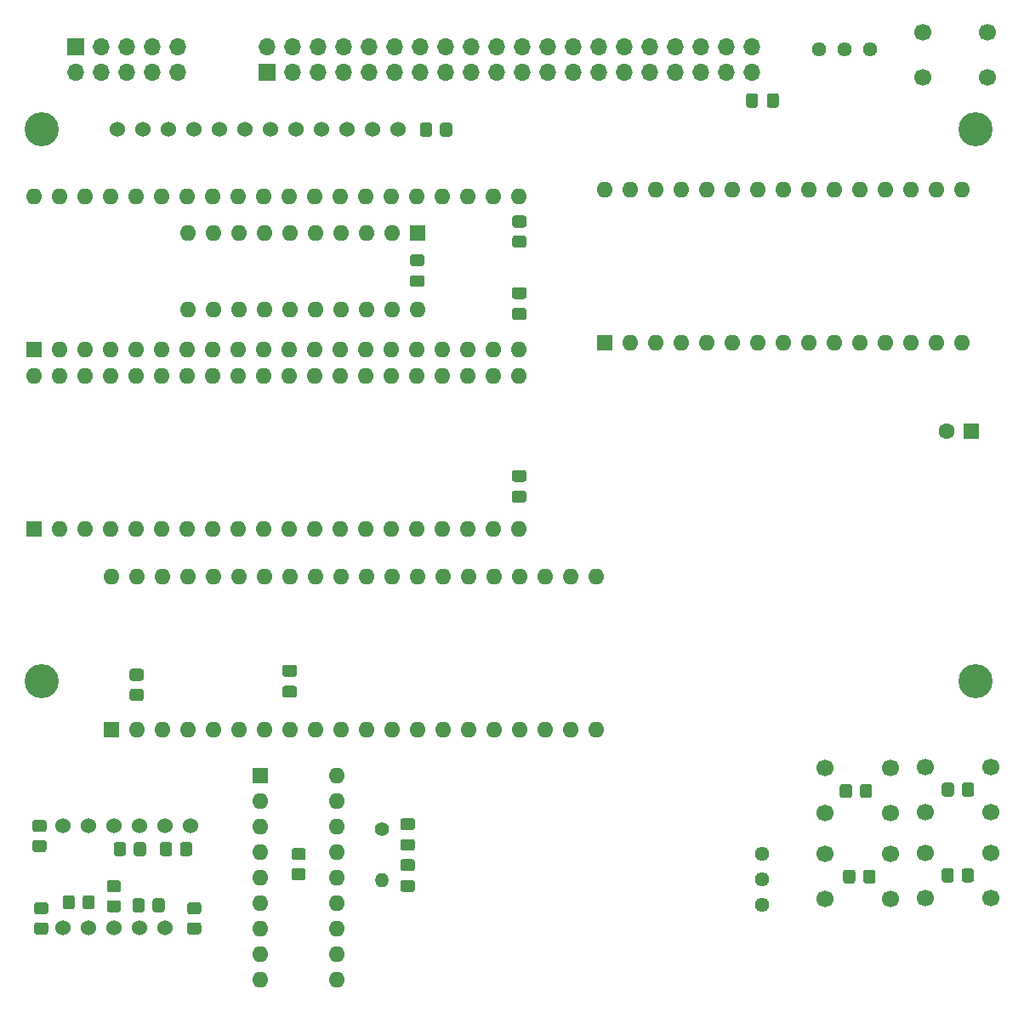
<source format=gbr>
%TF.GenerationSoftware,KiCad,Pcbnew,(5.1.7)-1*%
%TF.CreationDate,2020-12-26T11:55:59+01:00*%
%TF.ProjectId,sbc6526,73626336-3532-4362-9e6b-696361645f70,rev?*%
%TF.SameCoordinates,Original*%
%TF.FileFunction,Soldermask,Bot*%
%TF.FilePolarity,Negative*%
%FSLAX46Y46*%
G04 Gerber Fmt 4.6, Leading zero omitted, Abs format (unit mm)*
G04 Created by KiCad (PCBNEW (5.1.7)-1) date 2020-12-26 11:55:59*
%MOMM*%
%LPD*%
G01*
G04 APERTURE LIST*
%ADD10O,1.600000X1.600000*%
%ADD11R,1.600000X1.600000*%
%ADD12C,3.400000*%
%ADD13C,1.524000*%
%ADD14O,1.700000X1.700000*%
%ADD15R,1.700000X1.700000*%
%ADD16C,1.440000*%
%ADD17C,1.600000*%
%ADD18O,1.400000X1.400000*%
%ADD19C,1.400000*%
%ADD20C,1.700000*%
G04 APERTURE END LIST*
D10*
%TO.C,U3*%
X110325000Y-106450000D03*
X158585000Y-121690000D03*
X112865000Y-106450000D03*
X156045000Y-121690000D03*
X115405000Y-106450000D03*
X153505000Y-121690000D03*
X117945000Y-106450000D03*
X150965000Y-121690000D03*
X120485000Y-106450000D03*
X148425000Y-121690000D03*
X123025000Y-106450000D03*
X145885000Y-121690000D03*
X125565000Y-106450000D03*
X143345000Y-121690000D03*
X128105000Y-106450000D03*
X140805000Y-121690000D03*
X130645000Y-106450000D03*
X138265000Y-121690000D03*
X133185000Y-106450000D03*
X135725000Y-121690000D03*
X135725000Y-106450000D03*
X133185000Y-121690000D03*
X138265000Y-106450000D03*
X130645000Y-121690000D03*
X140805000Y-106450000D03*
X128105000Y-121690000D03*
X143345000Y-106450000D03*
X125565000Y-121690000D03*
X145885000Y-106450000D03*
X123025000Y-121690000D03*
X148425000Y-106450000D03*
X120485000Y-121690000D03*
X150965000Y-106450000D03*
X117945000Y-121690000D03*
X153505000Y-106450000D03*
X115405000Y-121690000D03*
X156045000Y-106450000D03*
X112865000Y-121690000D03*
X158585000Y-106450000D03*
D11*
X110325000Y-121690000D03*
%TD*%
D12*
%TO.C,LCD1*%
X196425000Y-61925000D03*
X196425000Y-116925000D03*
X103425000Y-116925000D03*
X103425000Y-61925000D03*
D13*
X138875000Y-61965000D03*
X136335000Y-61965000D03*
X133795000Y-61965000D03*
X131255000Y-61965000D03*
X128715000Y-61965000D03*
X126175000Y-61965000D03*
X123635000Y-61965000D03*
X121095000Y-61965000D03*
X118555000Y-61965000D03*
X116015000Y-61965000D03*
X113475000Y-61965000D03*
X110935000Y-61965000D03*
%TD*%
D10*
%TO.C,U2*%
X102700000Y-86460000D03*
X150960000Y-101700000D03*
X105240000Y-86460000D03*
X148420000Y-101700000D03*
X107780000Y-86460000D03*
X145880000Y-101700000D03*
X110320000Y-86460000D03*
X143340000Y-101700000D03*
X112860000Y-86460000D03*
X140800000Y-101700000D03*
X115400000Y-86460000D03*
X138260000Y-101700000D03*
X117940000Y-86460000D03*
X135720000Y-101700000D03*
X120480000Y-86460000D03*
X133180000Y-101700000D03*
X123020000Y-86460000D03*
X130640000Y-101700000D03*
X125560000Y-86460000D03*
X128100000Y-101700000D03*
X128100000Y-86460000D03*
X125560000Y-101700000D03*
X130640000Y-86460000D03*
X123020000Y-101700000D03*
X133180000Y-86460000D03*
X120480000Y-101700000D03*
X135720000Y-86460000D03*
X117940000Y-101700000D03*
X138260000Y-86460000D03*
X115400000Y-101700000D03*
X140800000Y-86460000D03*
X112860000Y-101700000D03*
X143340000Y-86460000D03*
X110320000Y-101700000D03*
X145880000Y-86460000D03*
X107780000Y-101700000D03*
X148420000Y-86460000D03*
X105240000Y-101700000D03*
X150960000Y-86460000D03*
D11*
X102700000Y-101700000D03*
%TD*%
D14*
%TO.C,EXT6526*%
X174160000Y-53760000D03*
X174160000Y-56300000D03*
X171620000Y-53760000D03*
X171620000Y-56300000D03*
X169080000Y-53760000D03*
X169080000Y-56300000D03*
X166540000Y-53760000D03*
X166540000Y-56300000D03*
X164000000Y-53760000D03*
X164000000Y-56300000D03*
X161460000Y-53760000D03*
X161460000Y-56300000D03*
X158920000Y-53760000D03*
X158920000Y-56300000D03*
X156380000Y-53760000D03*
X156380000Y-56300000D03*
X153840000Y-53760000D03*
X153840000Y-56300000D03*
X151300000Y-53760000D03*
X151300000Y-56300000D03*
X148760000Y-53760000D03*
X148760000Y-56300000D03*
X146220000Y-53760000D03*
X146220000Y-56300000D03*
X143680000Y-53760000D03*
X143680000Y-56300000D03*
X141140000Y-53760000D03*
X141140000Y-56300000D03*
X138600000Y-53760000D03*
X138600000Y-56300000D03*
X136060000Y-53760000D03*
X136060000Y-56300000D03*
X133520000Y-53760000D03*
X133520000Y-56300000D03*
X130980000Y-53760000D03*
X130980000Y-56300000D03*
X128440000Y-53760000D03*
X128440000Y-56300000D03*
X125900000Y-53760000D03*
D15*
X125900000Y-56300000D03*
%TD*%
D13*
%TO.C,LED1*%
X115730000Y-131280000D03*
X113190000Y-131280000D03*
X110650000Y-131280000D03*
X108110000Y-131280000D03*
X105570000Y-131280000D03*
X118270000Y-131280000D03*
X115730000Y-141440000D03*
X113190000Y-141440000D03*
X110650000Y-141440000D03*
X108110000Y-141440000D03*
X105570000Y-141440000D03*
%TD*%
D16*
%TO.C,P1*%
X175133000Y-139192000D03*
X175133000Y-136652000D03*
X175133000Y-134112000D03*
%TD*%
%TO.C,C1*%
G36*
G01*
X151439900Y-78836700D02*
X150489900Y-78836700D01*
G75*
G02*
X150239900Y-78586700I0J250000D01*
G01*
X150239900Y-77911700D01*
G75*
G02*
X150489900Y-77661700I250000J0D01*
G01*
X151439900Y-77661700D01*
G75*
G02*
X151689900Y-77911700I0J-250000D01*
G01*
X151689900Y-78586700D01*
G75*
G02*
X151439900Y-78836700I-250000J0D01*
G01*
G37*
G36*
G01*
X151439900Y-80911700D02*
X150489900Y-80911700D01*
G75*
G02*
X150239900Y-80661700I0J250000D01*
G01*
X150239900Y-79986700D01*
G75*
G02*
X150489900Y-79736700I250000J0D01*
G01*
X151439900Y-79736700D01*
G75*
G02*
X151689900Y-79986700I0J-250000D01*
G01*
X151689900Y-80661700D01*
G75*
G02*
X151439900Y-80911700I-250000J0D01*
G01*
G37*
%TD*%
%TO.C,C2*%
G36*
G01*
X151425000Y-97037500D02*
X150475000Y-97037500D01*
G75*
G02*
X150225000Y-96787500I0J250000D01*
G01*
X150225000Y-96112500D01*
G75*
G02*
X150475000Y-95862500I250000J0D01*
G01*
X151425000Y-95862500D01*
G75*
G02*
X151675000Y-96112500I0J-250000D01*
G01*
X151675000Y-96787500D01*
G75*
G02*
X151425000Y-97037500I-250000J0D01*
G01*
G37*
G36*
G01*
X151425000Y-99112500D02*
X150475000Y-99112500D01*
G75*
G02*
X150225000Y-98862500I0J250000D01*
G01*
X150225000Y-98187500D01*
G75*
G02*
X150475000Y-97937500I250000J0D01*
G01*
X151425000Y-97937500D01*
G75*
G02*
X151675000Y-98187500I0J-250000D01*
G01*
X151675000Y-98862500D01*
G75*
G02*
X151425000Y-99112500I-250000J0D01*
G01*
G37*
%TD*%
%TO.C,C3*%
G36*
G01*
X128575000Y-116437500D02*
X127625000Y-116437500D01*
G75*
G02*
X127375000Y-116187500I0J250000D01*
G01*
X127375000Y-115512500D01*
G75*
G02*
X127625000Y-115262500I250000J0D01*
G01*
X128575000Y-115262500D01*
G75*
G02*
X128825000Y-115512500I0J-250000D01*
G01*
X128825000Y-116187500D01*
G75*
G02*
X128575000Y-116437500I-250000J0D01*
G01*
G37*
G36*
G01*
X128575000Y-118512500D02*
X127625000Y-118512500D01*
G75*
G02*
X127375000Y-118262500I0J250000D01*
G01*
X127375000Y-117587500D01*
G75*
G02*
X127625000Y-117337500I250000J0D01*
G01*
X128575000Y-117337500D01*
G75*
G02*
X128825000Y-117587500I0J-250000D01*
G01*
X128825000Y-118262500D01*
G75*
G02*
X128575000Y-118512500I-250000J0D01*
G01*
G37*
%TD*%
%TO.C,C5*%
G36*
G01*
X139375000Y-132600000D02*
X140325000Y-132600000D01*
G75*
G02*
X140575000Y-132850000I0J-250000D01*
G01*
X140575000Y-133525000D01*
G75*
G02*
X140325000Y-133775000I-250000J0D01*
G01*
X139375000Y-133775000D01*
G75*
G02*
X139125000Y-133525000I0J250000D01*
G01*
X139125000Y-132850000D01*
G75*
G02*
X139375000Y-132600000I250000J0D01*
G01*
G37*
G36*
G01*
X139375000Y-130525000D02*
X140325000Y-130525000D01*
G75*
G02*
X140575000Y-130775000I0J-250000D01*
G01*
X140575000Y-131450000D01*
G75*
G02*
X140325000Y-131700000I-250000J0D01*
G01*
X139375000Y-131700000D01*
G75*
G02*
X139125000Y-131450000I0J250000D01*
G01*
X139125000Y-130775000D01*
G75*
G02*
X139375000Y-130525000I250000J0D01*
G01*
G37*
%TD*%
%TO.C,C6*%
G36*
G01*
X140325000Y-135787500D02*
X139375000Y-135787500D01*
G75*
G02*
X139125000Y-135537500I0J250000D01*
G01*
X139125000Y-134862500D01*
G75*
G02*
X139375000Y-134612500I250000J0D01*
G01*
X140325000Y-134612500D01*
G75*
G02*
X140575000Y-134862500I0J-250000D01*
G01*
X140575000Y-135537500D01*
G75*
G02*
X140325000Y-135787500I-250000J0D01*
G01*
G37*
G36*
G01*
X140325000Y-137862500D02*
X139375000Y-137862500D01*
G75*
G02*
X139125000Y-137612500I0J250000D01*
G01*
X139125000Y-136937500D01*
G75*
G02*
X139375000Y-136687500I250000J0D01*
G01*
X140325000Y-136687500D01*
G75*
G02*
X140575000Y-136937500I0J-250000D01*
G01*
X140575000Y-137612500D01*
G75*
G02*
X140325000Y-137862500I-250000J0D01*
G01*
G37*
%TD*%
%TO.C,C11*%
G36*
G01*
X141275000Y-75562500D02*
X140325000Y-75562500D01*
G75*
G02*
X140075000Y-75312500I0J250000D01*
G01*
X140075000Y-74637500D01*
G75*
G02*
X140325000Y-74387500I250000J0D01*
G01*
X141275000Y-74387500D01*
G75*
G02*
X141525000Y-74637500I0J-250000D01*
G01*
X141525000Y-75312500D01*
G75*
G02*
X141275000Y-75562500I-250000J0D01*
G01*
G37*
G36*
G01*
X141275000Y-77637500D02*
X140325000Y-77637500D01*
G75*
G02*
X140075000Y-77387500I0J250000D01*
G01*
X140075000Y-76712500D01*
G75*
G02*
X140325000Y-76462500I250000J0D01*
G01*
X141275000Y-76462500D01*
G75*
G02*
X141525000Y-76712500I0J-250000D01*
G01*
X141525000Y-77387500D01*
G75*
G02*
X141275000Y-77637500I-250000J0D01*
G01*
G37*
%TD*%
D17*
%TO.C,C14*%
X193500000Y-92000000D03*
D11*
X196000000Y-92000000D03*
%TD*%
D10*
%TO.C,NANO1*%
X195060000Y-67960000D03*
X195060000Y-83200000D03*
X159500000Y-67960000D03*
X192520000Y-83200000D03*
X162040000Y-67960000D03*
X189980000Y-83200000D03*
X164580000Y-67960000D03*
X187440000Y-83200000D03*
X167120000Y-67960000D03*
X184900000Y-83200000D03*
X169660000Y-67960000D03*
X182360000Y-83200000D03*
X172200000Y-67960000D03*
X179820000Y-83200000D03*
X174740000Y-67960000D03*
X177280000Y-83200000D03*
X177280000Y-67960000D03*
X174740000Y-83200000D03*
X179820000Y-67960000D03*
X172200000Y-83200000D03*
X182360000Y-67960000D03*
X169660000Y-83200000D03*
X184900000Y-67960000D03*
X167120000Y-83200000D03*
X187440000Y-67960000D03*
X164580000Y-83200000D03*
X189980000Y-67960000D03*
X162040000Y-83200000D03*
X192520000Y-67960000D03*
D11*
X159500000Y-83200000D03*
%TD*%
D16*
%TO.C,P2*%
X180820000Y-54000000D03*
X183360000Y-54000000D03*
X185900000Y-54000000D03*
%TD*%
D10*
%TO.C,PIC1*%
X132820000Y-126300000D03*
X125200000Y-146620000D03*
X132820000Y-128840000D03*
X125200000Y-144080000D03*
X132820000Y-131380000D03*
X125200000Y-141540000D03*
X132820000Y-133920000D03*
X125200000Y-139000000D03*
X132820000Y-136460000D03*
X125200000Y-136460000D03*
X132820000Y-139000000D03*
X125200000Y-133920000D03*
X132820000Y-141540000D03*
X125200000Y-131380000D03*
X132820000Y-144080000D03*
X125200000Y-128840000D03*
X132820000Y-146620000D03*
D11*
X125200000Y-126300000D03*
%TD*%
%TO.C,R1*%
G36*
G01*
X107500000Y-139350001D02*
X107500000Y-138449999D01*
G75*
G02*
X107749999Y-138200000I249999J0D01*
G01*
X108450001Y-138200000D01*
G75*
G02*
X108700000Y-138449999I0J-249999D01*
G01*
X108700000Y-139350001D01*
G75*
G02*
X108450001Y-139600000I-249999J0D01*
G01*
X107749999Y-139600000D01*
G75*
G02*
X107500000Y-139350001I0J249999D01*
G01*
G37*
G36*
G01*
X105500000Y-139350001D02*
X105500000Y-138449999D01*
G75*
G02*
X105749999Y-138200000I249999J0D01*
G01*
X106450001Y-138200000D01*
G75*
G02*
X106700000Y-138449999I0J-249999D01*
G01*
X106700000Y-139350001D01*
G75*
G02*
X106450001Y-139600000I-249999J0D01*
G01*
X105749999Y-139600000D01*
G75*
G02*
X105500000Y-139350001I0J249999D01*
G01*
G37*
%TD*%
%TO.C,R2*%
G36*
G01*
X110149999Y-138700000D02*
X111050001Y-138700000D01*
G75*
G02*
X111300000Y-138949999I0J-249999D01*
G01*
X111300000Y-139650001D01*
G75*
G02*
X111050001Y-139900000I-249999J0D01*
G01*
X110149999Y-139900000D01*
G75*
G02*
X109900000Y-139650001I0J249999D01*
G01*
X109900000Y-138949999D01*
G75*
G02*
X110149999Y-138700000I249999J0D01*
G01*
G37*
G36*
G01*
X110149999Y-136700000D02*
X111050001Y-136700000D01*
G75*
G02*
X111300000Y-136949999I0J-249999D01*
G01*
X111300000Y-137650001D01*
G75*
G02*
X111050001Y-137900000I-249999J0D01*
G01*
X110149999Y-137900000D01*
G75*
G02*
X109900000Y-137650001I0J249999D01*
G01*
X109900000Y-136949999D01*
G75*
G02*
X110149999Y-136700000I249999J0D01*
G01*
G37*
%TD*%
%TO.C,R3*%
G36*
G01*
X113662000Y-138749999D02*
X113662000Y-139650001D01*
G75*
G02*
X113412001Y-139900000I-249999J0D01*
G01*
X112711999Y-139900000D01*
G75*
G02*
X112462000Y-139650001I0J249999D01*
G01*
X112462000Y-138749999D01*
G75*
G02*
X112711999Y-138500000I249999J0D01*
G01*
X113412001Y-138500000D01*
G75*
G02*
X113662000Y-138749999I0J-249999D01*
G01*
G37*
G36*
G01*
X115662000Y-138749999D02*
X115662000Y-139650001D01*
G75*
G02*
X115412001Y-139900000I-249999J0D01*
G01*
X114711999Y-139900000D01*
G75*
G02*
X114462000Y-139650001I0J249999D01*
G01*
X114462000Y-138749999D01*
G75*
G02*
X114711999Y-138500000I249999J0D01*
G01*
X115412001Y-138500000D01*
G75*
G02*
X115662000Y-138749999I0J-249999D01*
G01*
G37*
%TD*%
%TO.C,R4*%
G36*
G01*
X102927999Y-140900000D02*
X103828001Y-140900000D01*
G75*
G02*
X104078000Y-141149999I0J-249999D01*
G01*
X104078000Y-141850001D01*
G75*
G02*
X103828001Y-142100000I-249999J0D01*
G01*
X102927999Y-142100000D01*
G75*
G02*
X102678000Y-141850001I0J249999D01*
G01*
X102678000Y-141149999D01*
G75*
G02*
X102927999Y-140900000I249999J0D01*
G01*
G37*
G36*
G01*
X102927999Y-138900000D02*
X103828001Y-138900000D01*
G75*
G02*
X104078000Y-139149999I0J-249999D01*
G01*
X104078000Y-139850001D01*
G75*
G02*
X103828001Y-140100000I-249999J0D01*
G01*
X102927999Y-140100000D01*
G75*
G02*
X102678000Y-139850001I0J249999D01*
G01*
X102678000Y-139149999D01*
G75*
G02*
X102927999Y-138900000I249999J0D01*
G01*
G37*
%TD*%
%TO.C,R5*%
G36*
G01*
X112600000Y-134050001D02*
X112600000Y-133149999D01*
G75*
G02*
X112849999Y-132900000I249999J0D01*
G01*
X113550001Y-132900000D01*
G75*
G02*
X113800000Y-133149999I0J-249999D01*
G01*
X113800000Y-134050001D01*
G75*
G02*
X113550001Y-134300000I-249999J0D01*
G01*
X112849999Y-134300000D01*
G75*
G02*
X112600000Y-134050001I0J249999D01*
G01*
G37*
G36*
G01*
X110600000Y-134050001D02*
X110600000Y-133149999D01*
G75*
G02*
X110849999Y-132900000I249999J0D01*
G01*
X111550001Y-132900000D01*
G75*
G02*
X111800000Y-133149999I0J-249999D01*
G01*
X111800000Y-134050001D01*
G75*
G02*
X111550001Y-134300000I-249999J0D01*
G01*
X110849999Y-134300000D01*
G75*
G02*
X110600000Y-134050001I0J249999D01*
G01*
G37*
%TD*%
%TO.C,R6*%
G36*
G01*
X118149999Y-140900000D02*
X119050001Y-140900000D01*
G75*
G02*
X119300000Y-141149999I0J-249999D01*
G01*
X119300000Y-141850001D01*
G75*
G02*
X119050001Y-142100000I-249999J0D01*
G01*
X118149999Y-142100000D01*
G75*
G02*
X117900000Y-141850001I0J249999D01*
G01*
X117900000Y-141149999D01*
G75*
G02*
X118149999Y-140900000I249999J0D01*
G01*
G37*
G36*
G01*
X118149999Y-138900000D02*
X119050001Y-138900000D01*
G75*
G02*
X119300000Y-139149999I0J-249999D01*
G01*
X119300000Y-139850001D01*
G75*
G02*
X119050001Y-140100000I-249999J0D01*
G01*
X118149999Y-140100000D01*
G75*
G02*
X117900000Y-139850001I0J249999D01*
G01*
X117900000Y-139149999D01*
G75*
G02*
X118149999Y-138900000I249999J0D01*
G01*
G37*
%TD*%
%TO.C,R7*%
G36*
G01*
X116400000Y-133149999D02*
X116400000Y-134050001D01*
G75*
G02*
X116150001Y-134300000I-249999J0D01*
G01*
X115449999Y-134300000D01*
G75*
G02*
X115200000Y-134050001I0J249999D01*
G01*
X115200000Y-133149999D01*
G75*
G02*
X115449999Y-132900000I249999J0D01*
G01*
X116150001Y-132900000D01*
G75*
G02*
X116400000Y-133149999I0J-249999D01*
G01*
G37*
G36*
G01*
X118400000Y-133149999D02*
X118400000Y-134050001D01*
G75*
G02*
X118150001Y-134300000I-249999J0D01*
G01*
X117449999Y-134300000D01*
G75*
G02*
X117200000Y-134050001I0J249999D01*
G01*
X117200000Y-133149999D01*
G75*
G02*
X117449999Y-132900000I249999J0D01*
G01*
X118150001Y-132900000D01*
G75*
G02*
X118400000Y-133149999I0J-249999D01*
G01*
G37*
%TD*%
%TO.C,R8*%
G36*
G01*
X103650001Y-131900000D02*
X102749999Y-131900000D01*
G75*
G02*
X102500000Y-131650001I0J249999D01*
G01*
X102500000Y-130949999D01*
G75*
G02*
X102749999Y-130700000I249999J0D01*
G01*
X103650001Y-130700000D01*
G75*
G02*
X103900000Y-130949999I0J-249999D01*
G01*
X103900000Y-131650001D01*
G75*
G02*
X103650001Y-131900000I-249999J0D01*
G01*
G37*
G36*
G01*
X103650001Y-133900000D02*
X102749999Y-133900000D01*
G75*
G02*
X102500000Y-133650001I0J249999D01*
G01*
X102500000Y-132949999D01*
G75*
G02*
X102749999Y-132700000I249999J0D01*
G01*
X103650001Y-132700000D01*
G75*
G02*
X103900000Y-132949999I0J-249999D01*
G01*
X103900000Y-133650001D01*
G75*
G02*
X103650001Y-133900000I-249999J0D01*
G01*
G37*
%TD*%
%TO.C,R9*%
G36*
G01*
X129450001Y-134700000D02*
X128549999Y-134700000D01*
G75*
G02*
X128300000Y-134450001I0J249999D01*
G01*
X128300000Y-133749999D01*
G75*
G02*
X128549999Y-133500000I249999J0D01*
G01*
X129450001Y-133500000D01*
G75*
G02*
X129700000Y-133749999I0J-249999D01*
G01*
X129700000Y-134450001D01*
G75*
G02*
X129450001Y-134700000I-249999J0D01*
G01*
G37*
G36*
G01*
X129450001Y-136700000D02*
X128549999Y-136700000D01*
G75*
G02*
X128300000Y-136450001I0J249999D01*
G01*
X128300000Y-135749999D01*
G75*
G02*
X128549999Y-135500000I249999J0D01*
G01*
X129450001Y-135500000D01*
G75*
G02*
X129700000Y-135749999I0J-249999D01*
G01*
X129700000Y-136450001D01*
G75*
G02*
X129450001Y-136700000I-249999J0D01*
G01*
G37*
%TD*%
%TO.C,R10*%
G36*
G01*
X142275000Y-61524999D02*
X142275000Y-62425001D01*
G75*
G02*
X142025001Y-62675000I-249999J0D01*
G01*
X141324999Y-62675000D01*
G75*
G02*
X141075000Y-62425001I0J249999D01*
G01*
X141075000Y-61524999D01*
G75*
G02*
X141324999Y-61275000I249999J0D01*
G01*
X142025001Y-61275000D01*
G75*
G02*
X142275000Y-61524999I0J-249999D01*
G01*
G37*
G36*
G01*
X144275000Y-61524999D02*
X144275000Y-62425001D01*
G75*
G02*
X144025001Y-62675000I-249999J0D01*
G01*
X143324999Y-62675000D01*
G75*
G02*
X143075000Y-62425001I0J249999D01*
G01*
X143075000Y-61524999D01*
G75*
G02*
X143324999Y-61275000I249999J0D01*
G01*
X144025001Y-61275000D01*
G75*
G02*
X144275000Y-61524999I0J-249999D01*
G01*
G37*
%TD*%
%TO.C,R11*%
G36*
G01*
X113325001Y-116850000D02*
X112424999Y-116850000D01*
G75*
G02*
X112175000Y-116600001I0J249999D01*
G01*
X112175000Y-115899999D01*
G75*
G02*
X112424999Y-115650000I249999J0D01*
G01*
X113325001Y-115650000D01*
G75*
G02*
X113575000Y-115899999I0J-249999D01*
G01*
X113575000Y-116600001D01*
G75*
G02*
X113325001Y-116850000I-249999J0D01*
G01*
G37*
G36*
G01*
X113325001Y-118850000D02*
X112424999Y-118850000D01*
G75*
G02*
X112175000Y-118600001I0J249999D01*
G01*
X112175000Y-117899999D01*
G75*
G02*
X112424999Y-117650000I249999J0D01*
G01*
X113325001Y-117650000D01*
G75*
G02*
X113575000Y-117899999I0J-249999D01*
G01*
X113575000Y-118600001D01*
G75*
G02*
X113325001Y-118850000I-249999J0D01*
G01*
G37*
%TD*%
%TO.C,R15*%
G36*
G01*
X184880000Y-128270001D02*
X184880000Y-127369999D01*
G75*
G02*
X185129999Y-127120000I249999J0D01*
G01*
X185830001Y-127120000D01*
G75*
G02*
X186080000Y-127369999I0J-249999D01*
G01*
X186080000Y-128270001D01*
G75*
G02*
X185830001Y-128520000I-249999J0D01*
G01*
X185129999Y-128520000D01*
G75*
G02*
X184880000Y-128270001I0J249999D01*
G01*
G37*
G36*
G01*
X182880000Y-128270001D02*
X182880000Y-127369999D01*
G75*
G02*
X183129999Y-127120000I249999J0D01*
G01*
X183830001Y-127120000D01*
G75*
G02*
X184080000Y-127369999I0J-249999D01*
G01*
X184080000Y-128270001D01*
G75*
G02*
X183830001Y-128520000I-249999J0D01*
G01*
X183129999Y-128520000D01*
G75*
G02*
X182880000Y-128270001I0J249999D01*
G01*
G37*
%TD*%
%TO.C,R16*%
G36*
G01*
X185210000Y-136790001D02*
X185210000Y-135889999D01*
G75*
G02*
X185459999Y-135640000I249999J0D01*
G01*
X186160001Y-135640000D01*
G75*
G02*
X186410000Y-135889999I0J-249999D01*
G01*
X186410000Y-136790001D01*
G75*
G02*
X186160001Y-137040000I-249999J0D01*
G01*
X185459999Y-137040000D01*
G75*
G02*
X185210000Y-136790001I0J249999D01*
G01*
G37*
G36*
G01*
X183210000Y-136790001D02*
X183210000Y-135889999D01*
G75*
G02*
X183459999Y-135640000I249999J0D01*
G01*
X184160001Y-135640000D01*
G75*
G02*
X184410000Y-135889999I0J-249999D01*
G01*
X184410000Y-136790001D01*
G75*
G02*
X184160001Y-137040000I-249999J0D01*
G01*
X183459999Y-137040000D01*
G75*
G02*
X183210000Y-136790001I0J249999D01*
G01*
G37*
%TD*%
%TO.C,R17*%
G36*
G01*
X195020000Y-136660001D02*
X195020000Y-135759999D01*
G75*
G02*
X195269999Y-135510000I249999J0D01*
G01*
X195970001Y-135510000D01*
G75*
G02*
X196220000Y-135759999I0J-249999D01*
G01*
X196220000Y-136660001D01*
G75*
G02*
X195970001Y-136910000I-249999J0D01*
G01*
X195269999Y-136910000D01*
G75*
G02*
X195020000Y-136660001I0J249999D01*
G01*
G37*
G36*
G01*
X193020000Y-136660001D02*
X193020000Y-135759999D01*
G75*
G02*
X193269999Y-135510000I249999J0D01*
G01*
X193970001Y-135510000D01*
G75*
G02*
X194220000Y-135759999I0J-249999D01*
G01*
X194220000Y-136660001D01*
G75*
G02*
X193970001Y-136910000I-249999J0D01*
G01*
X193269999Y-136910000D01*
G75*
G02*
X193020000Y-136660001I0J249999D01*
G01*
G37*
%TD*%
%TO.C,R18*%
G36*
G01*
X195040000Y-128130001D02*
X195040000Y-127229999D01*
G75*
G02*
X195289999Y-126980000I249999J0D01*
G01*
X195990001Y-126980000D01*
G75*
G02*
X196240000Y-127229999I0J-249999D01*
G01*
X196240000Y-128130001D01*
G75*
G02*
X195990001Y-128380000I-249999J0D01*
G01*
X195289999Y-128380000D01*
G75*
G02*
X195040000Y-128130001I0J249999D01*
G01*
G37*
G36*
G01*
X193040000Y-128130001D02*
X193040000Y-127229999D01*
G75*
G02*
X193289999Y-126980000I249999J0D01*
G01*
X193990001Y-126980000D01*
G75*
G02*
X194240000Y-127229999I0J-249999D01*
G01*
X194240000Y-128130001D01*
G75*
G02*
X193990001Y-128380000I-249999J0D01*
G01*
X193289999Y-128380000D01*
G75*
G02*
X193040000Y-128130001I0J249999D01*
G01*
G37*
%TD*%
%TO.C,R19*%
G36*
G01*
X150524999Y-72525000D02*
X151425001Y-72525000D01*
G75*
G02*
X151675000Y-72774999I0J-249999D01*
G01*
X151675000Y-73475001D01*
G75*
G02*
X151425001Y-73725000I-249999J0D01*
G01*
X150524999Y-73725000D01*
G75*
G02*
X150275000Y-73475001I0J249999D01*
G01*
X150275000Y-72774999D01*
G75*
G02*
X150524999Y-72525000I249999J0D01*
G01*
G37*
G36*
G01*
X150524999Y-70525000D02*
X151425001Y-70525000D01*
G75*
G02*
X151675000Y-70774999I0J-249999D01*
G01*
X151675000Y-71475001D01*
G75*
G02*
X151425001Y-71725000I-249999J0D01*
G01*
X150524999Y-71725000D01*
G75*
G02*
X150275000Y-71475001I0J249999D01*
G01*
X150275000Y-70774999D01*
G75*
G02*
X150524999Y-70525000I249999J0D01*
G01*
G37*
%TD*%
D10*
%TO.C,U11*%
X140843000Y-79920000D03*
X117983000Y-72300000D03*
X138303000Y-79920000D03*
X120523000Y-72300000D03*
X135763000Y-79920000D03*
X123063000Y-72300000D03*
X133223000Y-79920000D03*
X125603000Y-72300000D03*
X130683000Y-79920000D03*
X128143000Y-72300000D03*
X128143000Y-79920000D03*
X130683000Y-72300000D03*
X125603000Y-79920000D03*
X133223000Y-72300000D03*
X123063000Y-79920000D03*
X135763000Y-72300000D03*
X120523000Y-79920000D03*
X138303000Y-72300000D03*
X117983000Y-79920000D03*
D11*
X140843000Y-72300000D03*
%TD*%
D18*
%TO.C,Y1*%
X137300000Y-136680000D03*
D19*
X137300000Y-131600000D03*
%TD*%
D14*
%TO.C,J1*%
X116960000Y-56240000D03*
X116960000Y-53700000D03*
X114420000Y-56240000D03*
X114420000Y-53700000D03*
X111880000Y-56240000D03*
X111880000Y-53700000D03*
X109340000Y-56240000D03*
X109340000Y-53700000D03*
X106800000Y-56240000D03*
D15*
X106800000Y-53700000D03*
%TD*%
D20*
%TO.C,SW1*%
X181420000Y-125490000D03*
X187920000Y-125490000D03*
X181420000Y-129990000D03*
X187920000Y-129990000D03*
%TD*%
%TO.C,SW2*%
X181440000Y-134050000D03*
X187940000Y-134050000D03*
X181440000Y-138550000D03*
X187940000Y-138550000D03*
%TD*%
%TO.C,SW3*%
X191400000Y-133970000D03*
X197900000Y-133970000D03*
X191400000Y-138470000D03*
X197900000Y-138470000D03*
%TD*%
%TO.C,SW4*%
X191420000Y-125450000D03*
X197920000Y-125450000D03*
X191420000Y-129950000D03*
X197920000Y-129950000D03*
%TD*%
%TO.C,SW5*%
X197600000Y-56800000D03*
X191100000Y-56800000D03*
X197600000Y-52300000D03*
X191100000Y-52300000D03*
%TD*%
%TO.C,CEXT1*%
G36*
G01*
X173550000Y-59550000D02*
X173550000Y-58600000D01*
G75*
G02*
X173800000Y-58350000I250000J0D01*
G01*
X174475000Y-58350000D01*
G75*
G02*
X174725000Y-58600000I0J-250000D01*
G01*
X174725000Y-59550000D01*
G75*
G02*
X174475000Y-59800000I-250000J0D01*
G01*
X173800000Y-59800000D01*
G75*
G02*
X173550000Y-59550000I0J250000D01*
G01*
G37*
G36*
G01*
X175625000Y-59550000D02*
X175625000Y-58600000D01*
G75*
G02*
X175875000Y-58350000I250000J0D01*
G01*
X176550000Y-58350000D01*
G75*
G02*
X176800000Y-58600000I0J-250000D01*
G01*
X176800000Y-59550000D01*
G75*
G02*
X176550000Y-59800000I-250000J0D01*
G01*
X175875000Y-59800000D01*
G75*
G02*
X175625000Y-59550000I0J250000D01*
G01*
G37*
%TD*%
D11*
%TO.C,U1*%
X102700000Y-83850000D03*
D10*
X150960000Y-68610000D03*
X105240000Y-83850000D03*
X148420000Y-68610000D03*
X107780000Y-83850000D03*
X145880000Y-68610000D03*
X110320000Y-83850000D03*
X143340000Y-68610000D03*
X112860000Y-83850000D03*
X140800000Y-68610000D03*
X115400000Y-83850000D03*
X138260000Y-68610000D03*
X117940000Y-83850000D03*
X135720000Y-68610000D03*
X120480000Y-83850000D03*
X133180000Y-68610000D03*
X123020000Y-83850000D03*
X130640000Y-68610000D03*
X125560000Y-83850000D03*
X128100000Y-68610000D03*
X128100000Y-83850000D03*
X125560000Y-68610000D03*
X130640000Y-83850000D03*
X123020000Y-68610000D03*
X133180000Y-83850000D03*
X120480000Y-68610000D03*
X135720000Y-83850000D03*
X117940000Y-68610000D03*
X138260000Y-83850000D03*
X115400000Y-68610000D03*
X140800000Y-83850000D03*
X112860000Y-68610000D03*
X143340000Y-83850000D03*
X110320000Y-68610000D03*
X145880000Y-83850000D03*
X107780000Y-68610000D03*
X148420000Y-83850000D03*
X105240000Y-68610000D03*
X150960000Y-83850000D03*
X102700000Y-68610000D03*
%TD*%
M02*

</source>
